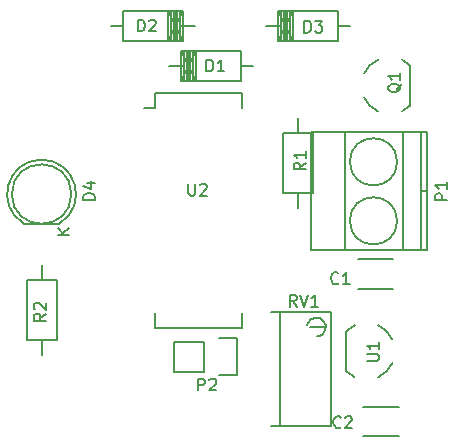
<source format=gbr>
G04 #@! TF.FileFunction,Legend,Top*
%FSLAX46Y46*%
G04 Gerber Fmt 4.6, Leading zero omitted, Abs format (unit mm)*
G04 Created by KiCad (PCBNEW 4.0.2-stable) date Sunday, 25 September 2016 16:43:57*
%MOMM*%
G01*
G04 APERTURE LIST*
%ADD10C,0.100000*%
%ADD11C,0.150000*%
G04 APERTURE END LIST*
D10*
D11*
X49600000Y-28500000D02*
X50100000Y-28500000D01*
X47600000Y-26000000D02*
G75*
G03X47600000Y-26000000I-2000000J0D01*
G01*
X47600000Y-31000000D02*
G75*
G03X47600000Y-31000000I-2000000J0D01*
G01*
X48100000Y-33500000D02*
X48100000Y-23500000D01*
X43200000Y-33500000D02*
X43200000Y-23500000D01*
X49600000Y-33500000D02*
X49600000Y-23500000D01*
X50100000Y-33500000D02*
X50100000Y-23500000D01*
X50100000Y-23500000D02*
X40300000Y-23500000D01*
X40300000Y-23500000D02*
X40300000Y-33500000D01*
X40300000Y-33500000D02*
X50100000Y-33500000D01*
X34420000Y-17897460D02*
X35436000Y-17897460D01*
X29594000Y-17897460D02*
X28324000Y-17897460D01*
X29848000Y-16627460D02*
X29848000Y-19167460D01*
X30102000Y-16627460D02*
X30102000Y-19167460D01*
X30356000Y-16627460D02*
X30356000Y-19167460D01*
X29594000Y-16627460D02*
X29594000Y-19167460D01*
X30610000Y-16627460D02*
X29340000Y-19167460D01*
X29340000Y-16627460D02*
X30610000Y-19167460D01*
X30610000Y-16627460D02*
X30610000Y-19167460D01*
X29975000Y-16627460D02*
X29975000Y-19167460D01*
X29340000Y-19167460D02*
X29340000Y-16627460D01*
X29340000Y-16627460D02*
X34420000Y-16627460D01*
X34420000Y-16627460D02*
X34420000Y-19167460D01*
X34420000Y-19167460D02*
X29340000Y-19167460D01*
X24380000Y-14502540D02*
X23364000Y-14502540D01*
X29206000Y-14502540D02*
X30476000Y-14502540D01*
X28952000Y-15772540D02*
X28952000Y-13232540D01*
X28698000Y-15772540D02*
X28698000Y-13232540D01*
X28444000Y-15772540D02*
X28444000Y-13232540D01*
X29206000Y-15772540D02*
X29206000Y-13232540D01*
X28190000Y-15772540D02*
X29460000Y-13232540D01*
X29460000Y-15772540D02*
X28190000Y-13232540D01*
X28190000Y-15772540D02*
X28190000Y-13232540D01*
X28825000Y-15772540D02*
X28825000Y-13232540D01*
X29460000Y-13232540D02*
X29460000Y-15772540D01*
X29460000Y-15772540D02*
X24380000Y-15772540D01*
X24380000Y-15772540D02*
X24380000Y-13232540D01*
X24380000Y-13232540D02*
X29460000Y-13232540D01*
X42620000Y-14497460D02*
X43636000Y-14497460D01*
X37794000Y-14497460D02*
X36524000Y-14497460D01*
X38048000Y-13227460D02*
X38048000Y-15767460D01*
X38302000Y-13227460D02*
X38302000Y-15767460D01*
X38556000Y-13227460D02*
X38556000Y-15767460D01*
X37794000Y-13227460D02*
X37794000Y-15767460D01*
X38810000Y-13227460D02*
X37540000Y-15767460D01*
X37540000Y-13227460D02*
X38810000Y-15767460D01*
X38810000Y-13227460D02*
X38810000Y-15767460D01*
X38175000Y-13227460D02*
X38175000Y-15767460D01*
X37540000Y-15767460D02*
X37540000Y-13227460D01*
X37540000Y-13227460D02*
X42620000Y-13227460D01*
X42620000Y-13227460D02*
X42620000Y-15767460D01*
X42620000Y-15767460D02*
X37540000Y-15767460D01*
X19024904Y-31214888D02*
G75*
G03X16000000Y-31230000I-1524904J2484888D01*
G01*
X19000000Y-31230000D02*
X16000000Y-31230000D01*
X20017936Y-28730000D02*
G75*
G03X20017936Y-28730000I-2517936J0D01*
G01*
X31230000Y-43770000D02*
X28690000Y-43770000D01*
X34050000Y-44050000D02*
X32500000Y-44050000D01*
X31230000Y-43770000D02*
X31230000Y-41230000D01*
X32500000Y-40950000D02*
X34050000Y-40950000D01*
X34050000Y-40950000D02*
X34050000Y-44050000D01*
X31230000Y-41230000D02*
X28690000Y-41230000D01*
X28690000Y-41230000D02*
X28690000Y-43770000D01*
X44800000Y-20540000D02*
G75*
G03X46000000Y-21740000I2200000J1000000D01*
G01*
X44800000Y-18540001D02*
G75*
G02X46000000Y-17340000I2200000J-999999D01*
G01*
X47996990Y-21727695D02*
G75*
G03X48700000Y-21240000I-996990J2187695D01*
G01*
X47996990Y-17352305D02*
G75*
G02X48700000Y-17840000I-996990J-2187695D01*
G01*
X48700000Y-21240000D02*
X48700000Y-17840000D01*
X40470000Y-23540000D02*
X40470000Y-28620000D01*
X40470000Y-28620000D02*
X37930000Y-28620000D01*
X37930000Y-28620000D02*
X37930000Y-23540000D01*
X37930000Y-23540000D02*
X40470000Y-23540000D01*
X39200000Y-23540000D02*
X39200000Y-22270000D01*
X39200000Y-28620000D02*
X39200000Y-29890000D01*
X18770000Y-36040000D02*
X18770000Y-41120000D01*
X18770000Y-41120000D02*
X16230000Y-41120000D01*
X16230000Y-41120000D02*
X16230000Y-36040000D01*
X16230000Y-36040000D02*
X18770000Y-36040000D01*
X17500000Y-36040000D02*
X17500000Y-34770000D01*
X17500000Y-41120000D02*
X17500000Y-42390000D01*
X41532000Y-39984000D02*
X40262000Y-39984000D01*
X40782700Y-40771400D02*
X41036700Y-40733300D01*
X41036700Y-40733300D02*
X41316100Y-40555500D01*
X41316100Y-40555500D02*
X41532000Y-40238000D01*
X41532000Y-40238000D02*
X41544700Y-39793500D01*
X41544700Y-39793500D02*
X41341500Y-39437900D01*
X41341500Y-39437900D02*
X41049400Y-39260100D01*
X41049400Y-39260100D02*
X40731900Y-39209300D01*
X40731900Y-39209300D02*
X40325500Y-39310900D01*
X40325500Y-39310900D02*
X40071500Y-39653800D01*
X40071500Y-39653800D02*
X39982600Y-39831600D01*
X37722000Y-48366000D02*
X37722000Y-38714000D01*
X40770000Y-38714000D02*
X42040000Y-38714000D01*
X42040000Y-38714000D02*
X42040000Y-48366000D01*
X42040000Y-48366000D02*
X36960000Y-48366000D01*
X36960000Y-38714000D02*
X39500000Y-38714000D01*
X39500000Y-38714000D02*
X40770000Y-38714000D01*
X47200000Y-41040000D02*
G75*
G03X46000000Y-39840000I-2200000J-1000000D01*
G01*
X47200000Y-43039999D02*
G75*
G02X46000000Y-44240000I-2200000J999999D01*
G01*
X44003010Y-39852305D02*
G75*
G03X43300000Y-40340000I996990J-2187695D01*
G01*
X44003010Y-44227695D02*
G75*
G02X43300000Y-43740000I996990J2187695D01*
G01*
X43300000Y-40340000D02*
X43300000Y-43740000D01*
X27135000Y-20205000D02*
X27135000Y-21475000D01*
X34485000Y-20205000D02*
X34485000Y-21475000D01*
X34485000Y-40035000D02*
X34485000Y-38765000D01*
X27135000Y-40035000D02*
X27135000Y-38765000D01*
X27135000Y-20205000D02*
X34485000Y-20205000D01*
X27135000Y-40035000D02*
X34485000Y-40035000D01*
X27135000Y-21475000D02*
X26200000Y-21475000D01*
X44250000Y-34250000D02*
X47250000Y-34250000D01*
X47250000Y-36750000D02*
X44250000Y-36750000D01*
X44750000Y-46750000D02*
X47750000Y-46750000D01*
X47750000Y-49250000D02*
X44750000Y-49250000D01*
X51852381Y-29238095D02*
X50852381Y-29238095D01*
X50852381Y-28857142D01*
X50900000Y-28761904D01*
X50947619Y-28714285D01*
X51042857Y-28666666D01*
X51185714Y-28666666D01*
X51280952Y-28714285D01*
X51328571Y-28761904D01*
X51376190Y-28857142D01*
X51376190Y-29238095D01*
X51852381Y-27714285D02*
X51852381Y-28285714D01*
X51852381Y-28000000D02*
X50852381Y-28000000D01*
X50995238Y-28095238D01*
X51090476Y-28190476D01*
X51138095Y-28285714D01*
X31461905Y-18352381D02*
X31461905Y-17352381D01*
X31700000Y-17352381D01*
X31842858Y-17400000D01*
X31938096Y-17495238D01*
X31985715Y-17590476D01*
X32033334Y-17780952D01*
X32033334Y-17923810D01*
X31985715Y-18114286D01*
X31938096Y-18209524D01*
X31842858Y-18304762D01*
X31700000Y-18352381D01*
X31461905Y-18352381D01*
X32985715Y-18352381D02*
X32414286Y-18352381D01*
X32700000Y-18352381D02*
X32700000Y-17352381D01*
X32604762Y-17495238D01*
X32509524Y-17590476D01*
X32414286Y-17638095D01*
X25661905Y-14952381D02*
X25661905Y-13952381D01*
X25900000Y-13952381D01*
X26042858Y-14000000D01*
X26138096Y-14095238D01*
X26185715Y-14190476D01*
X26233334Y-14380952D01*
X26233334Y-14523810D01*
X26185715Y-14714286D01*
X26138096Y-14809524D01*
X26042858Y-14904762D01*
X25900000Y-14952381D01*
X25661905Y-14952381D01*
X26614286Y-14047619D02*
X26661905Y-14000000D01*
X26757143Y-13952381D01*
X26995239Y-13952381D01*
X27090477Y-14000000D01*
X27138096Y-14047619D01*
X27185715Y-14142857D01*
X27185715Y-14238095D01*
X27138096Y-14380952D01*
X26566667Y-14952381D01*
X27185715Y-14952381D01*
X39761905Y-15052381D02*
X39761905Y-14052381D01*
X40000000Y-14052381D01*
X40142858Y-14100000D01*
X40238096Y-14195238D01*
X40285715Y-14290476D01*
X40333334Y-14480952D01*
X40333334Y-14623810D01*
X40285715Y-14814286D01*
X40238096Y-14909524D01*
X40142858Y-15004762D01*
X40000000Y-15052381D01*
X39761905Y-15052381D01*
X40666667Y-14052381D02*
X41285715Y-14052381D01*
X40952381Y-14433333D01*
X41095239Y-14433333D01*
X41190477Y-14480952D01*
X41238096Y-14528571D01*
X41285715Y-14623810D01*
X41285715Y-14861905D01*
X41238096Y-14957143D01*
X41190477Y-15004762D01*
X41095239Y-15052381D01*
X40809524Y-15052381D01*
X40714286Y-15004762D01*
X40666667Y-14957143D01*
X22016381Y-29214095D02*
X21016381Y-29214095D01*
X21016381Y-28976000D01*
X21064000Y-28833142D01*
X21159238Y-28737904D01*
X21254476Y-28690285D01*
X21444952Y-28642666D01*
X21587810Y-28642666D01*
X21778286Y-28690285D01*
X21873524Y-28737904D01*
X21968762Y-28833142D01*
X22016381Y-28976000D01*
X22016381Y-29214095D01*
X21349714Y-27785523D02*
X22016381Y-27785523D01*
X20968762Y-28023619D02*
X21683048Y-28261714D01*
X21683048Y-27642666D01*
X19857381Y-32166905D02*
X18857381Y-32166905D01*
X19857381Y-31595476D02*
X19285952Y-32024048D01*
X18857381Y-31595476D02*
X19428810Y-32166905D01*
X30761905Y-45352381D02*
X30761905Y-44352381D01*
X31142858Y-44352381D01*
X31238096Y-44400000D01*
X31285715Y-44447619D01*
X31333334Y-44542857D01*
X31333334Y-44685714D01*
X31285715Y-44780952D01*
X31238096Y-44828571D01*
X31142858Y-44876190D01*
X30761905Y-44876190D01*
X31714286Y-44447619D02*
X31761905Y-44400000D01*
X31857143Y-44352381D01*
X32095239Y-44352381D01*
X32190477Y-44400000D01*
X32238096Y-44447619D01*
X32285715Y-44542857D01*
X32285715Y-44638095D01*
X32238096Y-44780952D01*
X31666667Y-45352381D01*
X32285715Y-45352381D01*
X47947619Y-19375238D02*
X47900000Y-19470476D01*
X47804762Y-19565714D01*
X47661905Y-19708571D01*
X47614286Y-19803810D01*
X47614286Y-19899048D01*
X47852381Y-19851429D02*
X47804762Y-19946667D01*
X47709524Y-20041905D01*
X47519048Y-20089524D01*
X47185714Y-20089524D01*
X46995238Y-20041905D01*
X46900000Y-19946667D01*
X46852381Y-19851429D01*
X46852381Y-19660952D01*
X46900000Y-19565714D01*
X46995238Y-19470476D01*
X47185714Y-19422857D01*
X47519048Y-19422857D01*
X47709524Y-19470476D01*
X47804762Y-19565714D01*
X47852381Y-19660952D01*
X47852381Y-19851429D01*
X47852381Y-18470476D02*
X47852381Y-19041905D01*
X47852381Y-18756191D02*
X46852381Y-18756191D01*
X46995238Y-18851429D01*
X47090476Y-18946667D01*
X47138095Y-19041905D01*
X39852381Y-26066666D02*
X39376190Y-26400000D01*
X39852381Y-26638095D02*
X38852381Y-26638095D01*
X38852381Y-26257142D01*
X38900000Y-26161904D01*
X38947619Y-26114285D01*
X39042857Y-26066666D01*
X39185714Y-26066666D01*
X39280952Y-26114285D01*
X39328571Y-26161904D01*
X39376190Y-26257142D01*
X39376190Y-26638095D01*
X39852381Y-25114285D02*
X39852381Y-25685714D01*
X39852381Y-25400000D02*
X38852381Y-25400000D01*
X38995238Y-25495238D01*
X39090476Y-25590476D01*
X39138095Y-25685714D01*
X17852381Y-38866666D02*
X17376190Y-39200000D01*
X17852381Y-39438095D02*
X16852381Y-39438095D01*
X16852381Y-39057142D01*
X16900000Y-38961904D01*
X16947619Y-38914285D01*
X17042857Y-38866666D01*
X17185714Y-38866666D01*
X17280952Y-38914285D01*
X17328571Y-38961904D01*
X17376190Y-39057142D01*
X17376190Y-39438095D01*
X16947619Y-38485714D02*
X16900000Y-38438095D01*
X16852381Y-38342857D01*
X16852381Y-38104761D01*
X16900000Y-38009523D01*
X16947619Y-37961904D01*
X17042857Y-37914285D01*
X17138095Y-37914285D01*
X17280952Y-37961904D01*
X17852381Y-38533333D01*
X17852381Y-37914285D01*
X39104762Y-38252381D02*
X38771428Y-37776190D01*
X38533333Y-38252381D02*
X38533333Y-37252381D01*
X38914286Y-37252381D01*
X39009524Y-37300000D01*
X39057143Y-37347619D01*
X39104762Y-37442857D01*
X39104762Y-37585714D01*
X39057143Y-37680952D01*
X39009524Y-37728571D01*
X38914286Y-37776190D01*
X38533333Y-37776190D01*
X39390476Y-37252381D02*
X39723809Y-38252381D01*
X40057143Y-37252381D01*
X40914286Y-38252381D02*
X40342857Y-38252381D01*
X40628571Y-38252381D02*
X40628571Y-37252381D01*
X40533333Y-37395238D01*
X40438095Y-37490476D01*
X40342857Y-37538095D01*
X45052381Y-42861905D02*
X45861905Y-42861905D01*
X45957143Y-42814286D01*
X46004762Y-42766667D01*
X46052381Y-42671429D01*
X46052381Y-42480952D01*
X46004762Y-42385714D01*
X45957143Y-42338095D01*
X45861905Y-42290476D01*
X45052381Y-42290476D01*
X46052381Y-41290476D02*
X46052381Y-41861905D01*
X46052381Y-41576191D02*
X45052381Y-41576191D01*
X45195238Y-41671429D01*
X45290476Y-41766667D01*
X45338095Y-41861905D01*
X29938095Y-27852381D02*
X29938095Y-28661905D01*
X29985714Y-28757143D01*
X30033333Y-28804762D01*
X30128571Y-28852381D01*
X30319048Y-28852381D01*
X30414286Y-28804762D01*
X30461905Y-28757143D01*
X30509524Y-28661905D01*
X30509524Y-27852381D01*
X30938095Y-27947619D02*
X30985714Y-27900000D01*
X31080952Y-27852381D01*
X31319048Y-27852381D01*
X31414286Y-27900000D01*
X31461905Y-27947619D01*
X31509524Y-28042857D01*
X31509524Y-28138095D01*
X31461905Y-28280952D01*
X30890476Y-28852381D01*
X31509524Y-28852381D01*
X42633334Y-36257143D02*
X42585715Y-36304762D01*
X42442858Y-36352381D01*
X42347620Y-36352381D01*
X42204762Y-36304762D01*
X42109524Y-36209524D01*
X42061905Y-36114286D01*
X42014286Y-35923810D01*
X42014286Y-35780952D01*
X42061905Y-35590476D01*
X42109524Y-35495238D01*
X42204762Y-35400000D01*
X42347620Y-35352381D01*
X42442858Y-35352381D01*
X42585715Y-35400000D01*
X42633334Y-35447619D01*
X43585715Y-36352381D02*
X43014286Y-36352381D01*
X43300000Y-36352381D02*
X43300000Y-35352381D01*
X43204762Y-35495238D01*
X43109524Y-35590476D01*
X43014286Y-35638095D01*
X42833334Y-48457143D02*
X42785715Y-48504762D01*
X42642858Y-48552381D01*
X42547620Y-48552381D01*
X42404762Y-48504762D01*
X42309524Y-48409524D01*
X42261905Y-48314286D01*
X42214286Y-48123810D01*
X42214286Y-47980952D01*
X42261905Y-47790476D01*
X42309524Y-47695238D01*
X42404762Y-47600000D01*
X42547620Y-47552381D01*
X42642858Y-47552381D01*
X42785715Y-47600000D01*
X42833334Y-47647619D01*
X43214286Y-47647619D02*
X43261905Y-47600000D01*
X43357143Y-47552381D01*
X43595239Y-47552381D01*
X43690477Y-47600000D01*
X43738096Y-47647619D01*
X43785715Y-47742857D01*
X43785715Y-47838095D01*
X43738096Y-47980952D01*
X43166667Y-48552381D01*
X43785715Y-48552381D01*
M02*

</source>
